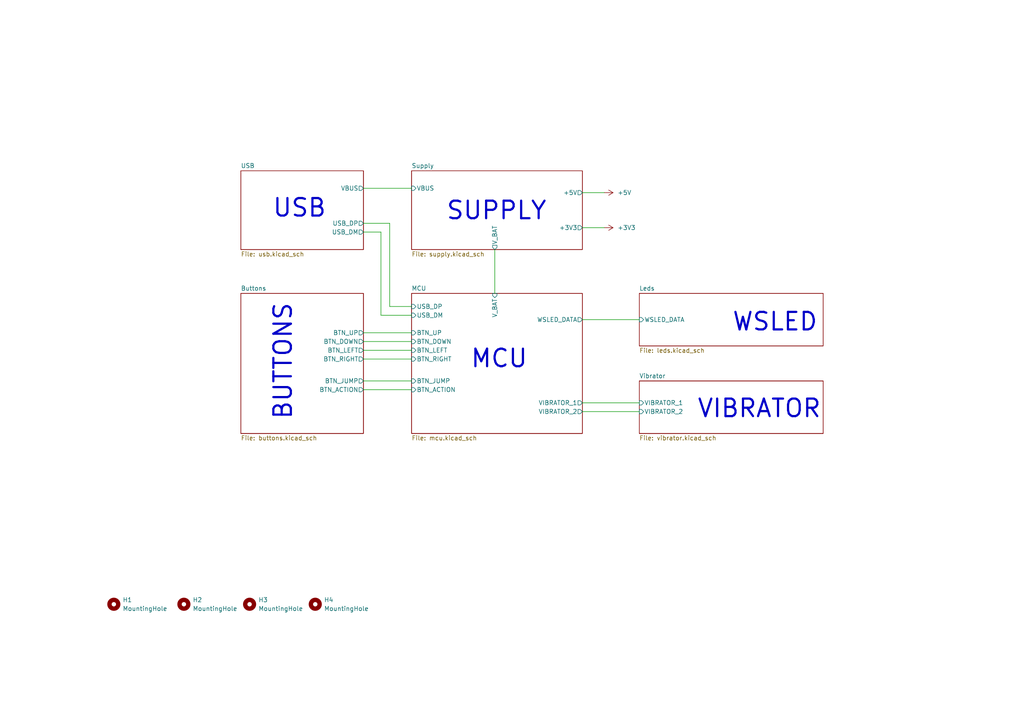
<source format=kicad_sch>
(kicad_sch (version 20231120) (generator "eeschema") (generator_version "8.0")
  (paper "A4")
  (lib_symbols
    (symbol "Mechanical:MountingHole" (pin_names (offset 1.016)) (exclude_from_sim yes) (in_bom no)
      (property "Reference" "H" (at 0 5.08 0))
      (property "Value" "MountingHole" (at 0 3.175 0))
      (symbol "MountingHole_0_1"
        (circle (center 0 0) (radius 1.27) (stroke (width 1.27)))
      )
    )
    (symbol "power:+3V3" (power) (pin_numbers hide) (pin_names (offset 0) hide)
      (property "Value" "+3V3" (at 0 3.556 0))
      (symbol "+3V3_0_1"
        (polyline (pts (xy -0.762 1.27) (xy 0 2.54)))
        (polyline (pts (xy 0 0) (xy 0 2.54)))
        (polyline (pts (xy 0 2.54) (xy 0.762 1.27)))
      )
      (symbol "+3V3_1_1"
        (pin power_in line (at 0 0 90) (length 0) (name "~") (number "1"))
      )
    )
    (symbol "power:+5V" (power) (pin_numbers hide) (pin_names (offset 0) hide)
      (property "Value" "+5V" (at 0 3.556 0))
      (symbol "+5V_0_1"
        (polyline (pts (xy -0.762 1.27) (xy 0 2.54)))
        (polyline (pts (xy 0 0) (xy 0 2.54)))
        (polyline (pts (xy 0 2.54) (xy 0.762 1.27)))
      )
      (symbol "+5V_1_1"
        (pin power_in line (at 0 0 90) (length 0) (name "~") (number "1"))
      )
    )
  )
  (wire (pts (xy 119.38 91.44) (xy 110.49 91.44)))
  (wire (pts (xy 168.91 119.38) (xy 185.42 119.38)))
  (wire (pts (xy 105.41 104.14) (xy 119.38 104.14)))
  (wire (pts (xy 110.49 67.31) (xy 105.41 67.31)))
  (wire (pts (xy 110.49 67.31) (xy 110.49 91.44)))
  (wire (pts (xy 168.91 116.84) (xy 185.42 116.84)))
  (wire (pts (xy 113.03 64.77) (xy 113.03 88.9)))
  (wire (pts (xy 105.41 110.49) (xy 119.38 110.49)))
  (wire (pts (xy 105.41 54.61) (xy 119.38 54.61)))
  (wire (pts (xy 168.91 92.71) (xy 185.42 92.71)))
  (wire (pts (xy 105.41 101.6) (xy 119.38 101.6)))
  (wire (pts (xy 168.91 55.88) (xy 175.26 55.88)))
  (wire (pts (xy 143.51 72.39) (xy 143.51 85.09)))
  (wire (pts (xy 105.41 96.52) (xy 119.38 96.52)))
  (wire (pts (xy 105.41 64.77) (xy 113.03 64.77)))
  (wire (pts (xy 105.41 113.03) (xy 119.38 113.03)))
  (wire (pts (xy 105.41 99.06) (xy 119.38 99.06)))
  (wire (pts (xy 168.91 66.04) (xy 175.26 66.04)))
  (wire (pts (xy 113.03 88.9) (xy 119.38 88.9)))
  (text "USB" (at 86.868 60.452 0) (effects (font (size 5.08 5.08) (thickness 0.635))))
  (text "SUPPLY" (at 144.018 61.214 0) (effects (font (size 5.08 5.08) (thickness 0.635))))
  (text "BUTTONS" (at 82.042 104.902 90) (effects (font (size 5.08 5.08) (thickness 0.635))))
  (text "WSLED" (at 224.79 93.472 0) (effects (font (size 5.08 5.08) (thickness 0.635))))
  (text "MCU" (at 144.78 104.14 0) (effects (font (size 5.08 5.08) (thickness 0.635))))
  (text "VIBRATOR" (at 220.218 118.618 0) (effects (font (size 5.08 5.08) (thickness 0.635))))
  (symbol (lib_id "Mechanical:MountingHole") (at 72.39 175.26 0) (unit 1) (exclude_from_sim yes) (in_bom no)
    (property "Reference" "H3" (at 74.93 173.9899 0) (effects (justify left)))
    (property "Value" "MountingHole" (at 74.93 176.5299 0) (effects (justify left)))
    (property "Footprint" "MountingHole:MountingHole_3.2mm_M3_ISO14580" (effects (hide yes)))
    (property "Description" "Mounting Hole without connection" (effects (hide yes)))
  )
  (symbol (lib_id "Mechanical:MountingHole") (at 53.34 175.26 0) (unit 1) (exclude_from_sim yes) (in_bom no)
    (property "Reference" "H2" (at 55.88 173.9899 0) (effects (justify left)))
    (property "Value" "MountingHole" (at 55.88 176.5299 0) (effects (justify left)))
    (property "Footprint" "MountingHole:MountingHole_3.2mm_M3_ISO14580" (effects (hide yes)))
    (property "Description" "Mounting Hole without connection" (effects (hide yes)))
  )
  (symbol (lib_id "power:+5V") (at 175.26 55.88 270) (unit 1)
    (property "Reference" "#PWR01" (effects (hide yes)))
    (property "Value" "+5V" (at 179.07 55.8799 90) (effects (justify left)))
    (property "Description" "Power symbol creates a global label with name \"+5V\"" (effects (hide yes)))
  )
  (symbol (lib_id "Mechanical:MountingHole") (at 33.02 175.26 0) (unit 1) (exclude_from_sim yes) (in_bom no)
    (property "Reference" "H1" (at 35.56 173.9899 0) (effects (justify left)))
    (property "Value" "MountingHole" (at 35.56 176.5299 0) (effects (justify left)))
    (property "Footprint" "MountingHole:MountingHole_3.2mm_M3_ISO14580" (effects (hide yes)))
    (property "Description" "Mounting Hole without connection" (effects (hide yes)))
  )
  (symbol (lib_id "Mechanical:MountingHole") (at 91.44 175.26 0) (unit 1) (exclude_from_sim yes) (in_bom no)
    (property "Reference" "H4" (at 93.98 173.9899 0) (effects (justify left)))
    (property "Value" "MountingHole" (at 93.98 176.5299 0) (effects (justify left)))
    (property "Footprint" "MountingHole:MountingHole_3.2mm_M3_ISO14580" (effects (hide yes)))
    (property "Description" "Mounting Hole without connection" (effects (hide yes)))
  )
  (symbol (lib_id "power:+3V3") (at 175.26 66.04 270) (unit 1)
    (property "Reference" "#PWR02" (effects (hide yes)))
    (property "Value" "+3V3" (at 179.07 66.0399 90) (effects (justify left)))
    (property "Description" "Power symbol creates a global label with name \"+3V3\"" (effects (hide yes)))
  )
  (sheet (at 119.38 85.09) (size 49.53 40.64) (stroke (width 0.1524))
    (property "Sheetname" "MCU" (at 119.38 84.3784 0) (effects (justify left bottom)))
    (property "Sheetfile" "mcu.kicad_sch" (at 119.38 126.3146 0) (effects (justify left top)))
    (pin "BTN_UP" input (at 119.38 96.52 180))
    (pin "BTN_JUMP" input (at 119.38 110.49 180))
    (pin "BTN_DOWN" input (at 119.38 99.06 180))
    (pin "BTN_LEFT" input (at 119.38 101.6 180))
    (pin "BTN_RIGHT" input (at 119.38 104.14 180))
    (pin "BTN_ACTION" input (at 119.38 113.03 180))
    (pin "WSLED_DATA" output (at 168.91 92.71 0))
    (pin "VIBRATOR_1" output (at 168.91 116.84 0))
    (pin "VIBRATOR_2" output (at 168.91 119.38 0))
    (pin "V_BAT" input (at 143.51 85.09 90))
    (pin "USB_DM" input (at 119.38 91.44 180))
    (pin "USB_DP" input (at 119.38 88.9 180))
  )
  (sheet (at 69.85 85.09) (size 35.56 40.64) (stroke (width 0.1524))
    (property "Sheetname" "Buttons" (at 69.85 84.3784 0) (effects (justify left bottom)))
    (property "Sheetfile" "buttons.kicad_sch" (at 69.85 126.3146 0) (effects (justify left top)))
    (pin "BTN_ACTION" output (at 105.41 113.03 0))
    (pin "BTN_LEFT" output (at 105.41 101.6 0))
    (pin "BTN_UP" output (at 105.41 96.52 0))
    (pin "BTN_RIGHT" output (at 105.41 104.14 0))
    (pin "BTN_DOWN" output (at 105.41 99.06 0))
    (pin "BTN_JUMP" output (at 105.41 110.49 0))
  )
  (sheet (at 119.38 49.53) (size 49.53 22.86) (stroke (width 0.1524))
    (property "Sheetname" "Supply" (at 119.38 48.8184 0) (effects (justify left bottom)))
    (property "Sheetfile" "supply.kicad_sch" (at 119.38 72.9746 0) (effects (justify left top)))
    (pin "V_BAT" output (at 143.51 72.39 270))
    (pin "VBUS" input (at 119.38 54.61 180))
    (pin "+3V3" output (at 168.91 66.04 0))
    (pin "+5V" output (at 168.91 55.88 0))
  )
  (sheet (at 185.42 110.49) (size 53.34 15.24) (stroke (width 0.1524))
    (property "Sheetname" "Vibrator" (at 185.42 109.7784 0) (effects (justify left bottom)))
    (property "Sheetfile" "vibrator.kicad_sch" (at 185.42 126.3146 0) (effects (justify left top)))
    (pin "VIBRATOR_2" input (at 185.42 119.38 180))
    (pin "VIBRATOR_1" input (at 185.42 116.84 180))
  )
  (sheet (at 69.85 49.53) (size 35.56 22.86) (stroke (width 0.1524))
    (property "Sheetname" "USB" (at 69.85 48.8184 0) (effects (justify left bottom)))
    (property "Sheetfile" "usb.kicad_sch" (at 69.85 72.9746 0) (effects (justify left top)))
    (pin "USB_DP" output (at 105.41 64.77 0))
    (pin "USB_DM" output (at 105.41 67.31 0))
    (pin "VBUS" output (at 105.41 54.61 0))
  )
  (sheet (at 185.42 85.09) (size 53.34 15.24) (stroke (width 0.1524))
    (property "Sheetname" "Leds" (at 185.42 84.3784 0) (effects (justify left bottom)))
    (property "Sheetfile" "leds.kicad_sch" (at 185.42 100.9146 0) (effects (justify left top)))
    (pin "WSLED_DATA" input (at 185.42 92.71 180))
  )
)
</source>
